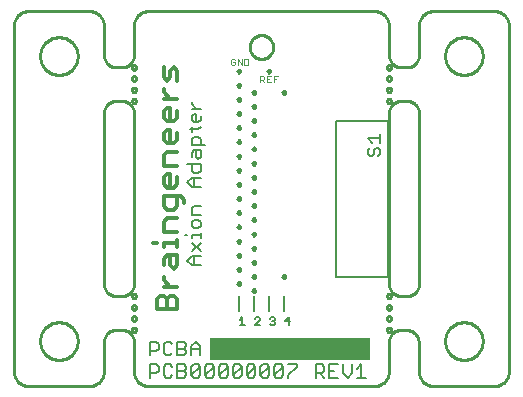
<source format=gbr>
G04 EAGLE Gerber RS-274X export*
G75*
%MOIN*%
%FSLAX34Y34*%
%LPD*%
%INSilkscreen Top*%
%IPPOS*%
%AMOC8*
5,1,8,0,0,1.08239X$1,22.5*%
G01*
%ADD10C,0.012000*%
%ADD11C,0.006000*%
%ADD12R,0.537500X0.075000*%
%ADD13C,0.004000*%
%ADD14C,0.005000*%
%ADD15C,0.010000*%
%ADD16C,0.008000*%
%ADD17C,0.010000*%


D10*
X-2560Y-7940D02*
X-3241Y-7940D01*
X-3241Y-7600D01*
X-3127Y-7486D01*
X-3014Y-7486D01*
X-2900Y-7600D01*
X-2787Y-7486D01*
X-2673Y-7486D01*
X-2560Y-7600D01*
X-2560Y-7940D01*
X-2900Y-7940D02*
X-2900Y-7600D01*
X-3014Y-7203D02*
X-2560Y-7203D01*
X-2787Y-7203D02*
X-3014Y-6977D01*
X-3014Y-6863D01*
X-3014Y-6476D02*
X-3014Y-6249D01*
X-2900Y-6136D01*
X-2560Y-6136D01*
X-2560Y-6476D01*
X-2673Y-6590D01*
X-2787Y-6476D01*
X-2787Y-6136D01*
X-3014Y-5853D02*
X-3014Y-5739D01*
X-2560Y-5739D01*
X-2560Y-5626D02*
X-2560Y-5853D01*
X-3241Y-5739D02*
X-3354Y-5739D01*
X-3014Y-5362D02*
X-2560Y-5362D01*
X-3014Y-5362D02*
X-3014Y-5022D01*
X-2900Y-4908D01*
X-2560Y-4908D01*
X-2333Y-4398D02*
X-2333Y-4285D01*
X-2447Y-4171D01*
X-3014Y-4171D01*
X-3014Y-4512D01*
X-2900Y-4625D01*
X-2673Y-4625D01*
X-2560Y-4512D01*
X-2560Y-4171D01*
X-2560Y-3775D02*
X-2560Y-3548D01*
X-2560Y-3775D02*
X-2673Y-3889D01*
X-2900Y-3889D01*
X-3014Y-3775D01*
X-3014Y-3548D01*
X-2900Y-3435D01*
X-2787Y-3435D01*
X-2787Y-3889D01*
X-2560Y-3152D02*
X-3014Y-3152D01*
X-3014Y-2812D01*
X-2900Y-2698D01*
X-2560Y-2698D01*
X-2560Y-2302D02*
X-2560Y-2075D01*
X-2560Y-2302D02*
X-2673Y-2415D01*
X-2900Y-2415D01*
X-3014Y-2302D01*
X-3014Y-2075D01*
X-2900Y-1962D01*
X-2787Y-1962D01*
X-2787Y-2415D01*
X-2560Y-1565D02*
X-2560Y-1338D01*
X-2560Y-1565D02*
X-2673Y-1679D01*
X-2900Y-1679D01*
X-3014Y-1565D01*
X-3014Y-1338D01*
X-2900Y-1225D01*
X-2787Y-1225D01*
X-2787Y-1679D01*
X-2560Y-942D02*
X-3014Y-942D01*
X-2787Y-942D02*
X-3014Y-715D01*
X-3014Y-602D01*
X-2560Y-328D02*
X-2560Y12D01*
X-2673Y126D01*
X-2787Y12D01*
X-2787Y-215D01*
X-2900Y-328D01*
X-3014Y-215D01*
X-3014Y126D01*
D11*
X-2074Y-6470D02*
X-1780Y-6470D01*
X-2074Y-6470D02*
X-2220Y-6323D01*
X-2074Y-6176D01*
X-1780Y-6176D01*
X-2000Y-6176D02*
X-2000Y-6470D01*
X-2074Y-6010D02*
X-1780Y-5716D01*
X-1780Y-6010D02*
X-2074Y-5716D01*
X-2074Y-5549D02*
X-2074Y-5476D01*
X-1780Y-5476D01*
X-1780Y-5549D02*
X-1780Y-5402D01*
X-2220Y-5476D02*
X-2294Y-5476D01*
X-1780Y-5169D02*
X-1780Y-5022D01*
X-1853Y-4949D01*
X-2000Y-4949D01*
X-2074Y-5022D01*
X-2074Y-5169D01*
X-2000Y-5242D01*
X-1853Y-5242D01*
X-1780Y-5169D01*
X-1780Y-4782D02*
X-2074Y-4782D01*
X-2074Y-4562D01*
X-2000Y-4488D01*
X-1780Y-4488D01*
X-1780Y-3861D02*
X-2074Y-3861D01*
X-2220Y-3714D01*
X-2074Y-3568D01*
X-1780Y-3568D01*
X-2000Y-3568D02*
X-2000Y-3861D01*
X-2220Y-3107D02*
X-1780Y-3107D01*
X-1780Y-3327D01*
X-1853Y-3401D01*
X-2000Y-3401D01*
X-2074Y-3327D01*
X-2074Y-3107D01*
X-2074Y-2867D02*
X-2074Y-2720D01*
X-2000Y-2647D01*
X-1780Y-2647D01*
X-1780Y-2867D01*
X-1853Y-2940D01*
X-1927Y-2867D01*
X-1927Y-2647D01*
X-2074Y-2480D02*
X-1633Y-2480D01*
X-2074Y-2480D02*
X-2074Y-2260D01*
X-2000Y-2186D01*
X-1853Y-2186D01*
X-1780Y-2260D01*
X-1780Y-2480D01*
X-1853Y-1946D02*
X-2147Y-1946D01*
X-1853Y-1946D02*
X-1780Y-1873D01*
X-2074Y-1873D02*
X-2074Y-2020D01*
X-1780Y-1639D02*
X-1780Y-1492D01*
X-1780Y-1639D02*
X-1853Y-1713D01*
X-2000Y-1713D01*
X-2074Y-1639D01*
X-2074Y-1492D01*
X-2000Y-1419D01*
X-1927Y-1419D01*
X-1927Y-1713D01*
X-1780Y-1252D02*
X-2074Y-1252D01*
X-1927Y-1252D02*
X-2074Y-1105D01*
X-2074Y-1032D01*
X-3470Y-9030D02*
X-3470Y-9470D01*
X-3470Y-9030D02*
X-3250Y-9030D01*
X-3176Y-9103D01*
X-3176Y-9250D01*
X-3250Y-9323D01*
X-3470Y-9323D01*
X-2789Y-9030D02*
X-2716Y-9103D01*
X-2789Y-9030D02*
X-2936Y-9030D01*
X-3010Y-9103D01*
X-3010Y-9397D01*
X-2936Y-9470D01*
X-2789Y-9470D01*
X-2716Y-9397D01*
X-2549Y-9470D02*
X-2549Y-9030D01*
X-2329Y-9030D01*
X-2256Y-9103D01*
X-2256Y-9176D01*
X-2329Y-9250D01*
X-2256Y-9323D01*
X-2256Y-9397D01*
X-2329Y-9470D01*
X-2549Y-9470D01*
X-2549Y-9250D02*
X-2329Y-9250D01*
X-2089Y-9176D02*
X-2089Y-9470D01*
X-2089Y-9176D02*
X-1942Y-9030D01*
X-1795Y-9176D01*
X-1795Y-9470D01*
X-1795Y-9250D02*
X-2089Y-9250D01*
X-3470Y-9780D02*
X-3470Y-10220D01*
X-3470Y-9780D02*
X-3250Y-9780D01*
X-3176Y-9853D01*
X-3176Y-10000D01*
X-3250Y-10073D01*
X-3470Y-10073D01*
X-2789Y-9780D02*
X-2716Y-9853D01*
X-2789Y-9780D02*
X-2936Y-9780D01*
X-3010Y-9853D01*
X-3010Y-10147D01*
X-2936Y-10220D01*
X-2789Y-10220D01*
X-2716Y-10147D01*
X-2549Y-10220D02*
X-2549Y-9780D01*
X-2329Y-9780D01*
X-2256Y-9853D01*
X-2256Y-9926D01*
X-2329Y-10000D01*
X-2256Y-10073D01*
X-2256Y-10147D01*
X-2329Y-10220D01*
X-2549Y-10220D01*
X-2549Y-10000D02*
X-2329Y-10000D01*
X-2089Y-10147D02*
X-2089Y-9853D01*
X-2015Y-9780D01*
X-1869Y-9780D01*
X-1795Y-9853D01*
X-1795Y-10147D01*
X-1869Y-10220D01*
X-2015Y-10220D01*
X-2089Y-10147D01*
X-1795Y-9853D01*
X-1628Y-9853D02*
X-1628Y-10147D01*
X-1628Y-9853D02*
X-1555Y-9780D01*
X-1408Y-9780D01*
X-1335Y-9853D01*
X-1335Y-10147D01*
X-1408Y-10220D01*
X-1555Y-10220D01*
X-1628Y-10147D01*
X-1335Y-9853D01*
X-1168Y-9853D02*
X-1168Y-10147D01*
X-1168Y-9853D02*
X-1095Y-9780D01*
X-948Y-9780D01*
X-874Y-9853D01*
X-874Y-10147D01*
X-948Y-10220D01*
X-1095Y-10220D01*
X-1168Y-10147D01*
X-874Y-9853D01*
X-708Y-9853D02*
X-708Y-10147D01*
X-708Y-9853D02*
X-634Y-9780D01*
X-487Y-9780D01*
X-414Y-9853D01*
X-414Y-10147D01*
X-487Y-10220D01*
X-634Y-10220D01*
X-708Y-10147D01*
X-414Y-9853D01*
X-247Y-9853D02*
X-247Y-10147D01*
X-247Y-9853D02*
X-174Y-9780D01*
X-27Y-9780D01*
X46Y-9853D01*
X46Y-10147D01*
X-27Y-10220D01*
X-174Y-10220D01*
X-247Y-10147D01*
X46Y-9853D01*
X213Y-9853D02*
X213Y-10147D01*
X213Y-9853D02*
X287Y-9780D01*
X433Y-9780D01*
X507Y-9853D01*
X507Y-10147D01*
X433Y-10220D01*
X287Y-10220D01*
X213Y-10147D01*
X507Y-9853D01*
X674Y-9853D02*
X674Y-10147D01*
X674Y-9853D02*
X747Y-9780D01*
X894Y-9780D01*
X967Y-9853D01*
X967Y-10147D01*
X894Y-10220D01*
X747Y-10220D01*
X674Y-10147D01*
X967Y-9853D01*
X1134Y-9780D02*
X1428Y-9780D01*
X1428Y-9853D01*
X1134Y-10147D01*
X1134Y-10220D01*
X2055Y-10220D02*
X2055Y-9780D01*
X2275Y-9780D01*
X2348Y-9853D01*
X2348Y-10000D01*
X2275Y-10073D01*
X2055Y-10073D01*
X2202Y-10073D02*
X2348Y-10220D01*
X2515Y-9780D02*
X2809Y-9780D01*
X2515Y-9780D02*
X2515Y-10220D01*
X2809Y-10220D01*
X2662Y-10000D02*
X2515Y-10000D01*
X2975Y-10073D02*
X2975Y-9780D01*
X2975Y-10073D02*
X3122Y-10220D01*
X3269Y-10073D01*
X3269Y-9780D01*
X3436Y-9926D02*
X3583Y-9780D01*
X3583Y-10220D01*
X3729Y-10220D02*
X3436Y-10220D01*
D12*
X1188Y-9250D03*
D13*
X-624Y369D02*
X-657Y403D01*
X-724Y403D01*
X-758Y369D01*
X-758Y236D01*
X-724Y203D01*
X-657Y203D01*
X-624Y236D01*
X-624Y303D01*
X-691Y303D01*
X-537Y203D02*
X-537Y403D01*
X-403Y203D01*
X-403Y403D01*
X-316Y403D02*
X-316Y203D01*
X-215Y203D01*
X-182Y236D01*
X-182Y369D01*
X-215Y403D01*
X-316Y403D01*
X211Y-159D02*
X211Y-359D01*
X211Y-159D02*
X311Y-159D01*
X345Y-192D01*
X345Y-259D01*
X311Y-292D01*
X211Y-292D01*
X278Y-292D02*
X345Y-359D01*
X432Y-159D02*
X566Y-159D01*
X432Y-159D02*
X432Y-359D01*
X566Y-359D01*
X499Y-259D02*
X432Y-259D01*
X653Y-359D02*
X653Y-159D01*
X787Y-159D01*
X720Y-259D02*
X653Y-259D01*
D14*
X-385Y-8205D02*
X-475Y-8295D01*
X-385Y-8205D02*
X-385Y-8475D01*
X-475Y-8475D02*
X-295Y-8475D01*
X25Y-8475D02*
X205Y-8475D01*
X25Y-8475D02*
X205Y-8295D01*
X205Y-8250D01*
X160Y-8205D01*
X70Y-8205D01*
X25Y-8250D01*
X525Y-8254D02*
X570Y-8209D01*
X660Y-8209D01*
X705Y-8254D01*
X705Y-8299D01*
X660Y-8344D01*
X615Y-8344D01*
X660Y-8344D02*
X705Y-8389D01*
X705Y-8434D01*
X660Y-8479D01*
X570Y-8479D01*
X525Y-8434D01*
X1160Y-8475D02*
X1160Y-8205D01*
X1025Y-8340D01*
X1205Y-8340D01*
D15*
X-550Y-7087D02*
X-548Y-7074D01*
X-543Y-7061D01*
X-534Y-7050D01*
X-523Y-7043D01*
X-510Y-7038D01*
X-497Y-7037D01*
X-483Y-7040D01*
X-471Y-7046D01*
X-461Y-7055D01*
X-454Y-7067D01*
X-450Y-7080D01*
X-450Y-7094D01*
X-454Y-7107D01*
X-461Y-7119D01*
X-471Y-7128D01*
X-483Y-7134D01*
X-497Y-7137D01*
X-510Y-7136D01*
X-523Y-7131D01*
X-534Y-7124D01*
X-543Y-7113D01*
X-548Y-7100D01*
X-550Y-7087D01*
X-550Y-6614D02*
X-548Y-6601D01*
X-543Y-6588D01*
X-534Y-6577D01*
X-523Y-6570D01*
X-510Y-6565D01*
X-497Y-6564D01*
X-483Y-6567D01*
X-471Y-6573D01*
X-461Y-6582D01*
X-454Y-6594D01*
X-450Y-6607D01*
X-450Y-6621D01*
X-454Y-6634D01*
X-461Y-6646D01*
X-471Y-6655D01*
X-483Y-6661D01*
X-497Y-6664D01*
X-510Y-6663D01*
X-523Y-6658D01*
X-534Y-6651D01*
X-543Y-6640D01*
X-548Y-6627D01*
X-550Y-6614D01*
X-550Y-6142D02*
X-548Y-6129D01*
X-543Y-6116D01*
X-534Y-6105D01*
X-523Y-6098D01*
X-510Y-6093D01*
X-497Y-6092D01*
X-483Y-6095D01*
X-471Y-6101D01*
X-461Y-6110D01*
X-454Y-6122D01*
X-450Y-6135D01*
X-450Y-6149D01*
X-454Y-6162D01*
X-461Y-6174D01*
X-471Y-6183D01*
X-483Y-6189D01*
X-497Y-6192D01*
X-510Y-6191D01*
X-523Y-6186D01*
X-534Y-6179D01*
X-543Y-6168D01*
X-548Y-6155D01*
X-550Y-6142D01*
X-550Y-5669D02*
X-548Y-5656D01*
X-543Y-5643D01*
X-534Y-5632D01*
X-523Y-5625D01*
X-510Y-5620D01*
X-497Y-5619D01*
X-483Y-5622D01*
X-471Y-5628D01*
X-461Y-5637D01*
X-454Y-5649D01*
X-450Y-5662D01*
X-450Y-5676D01*
X-454Y-5689D01*
X-461Y-5701D01*
X-471Y-5710D01*
X-483Y-5716D01*
X-497Y-5719D01*
X-510Y-5718D01*
X-523Y-5713D01*
X-534Y-5706D01*
X-543Y-5695D01*
X-548Y-5682D01*
X-550Y-5669D01*
X-550Y-5197D02*
X-548Y-5184D01*
X-543Y-5171D01*
X-534Y-5160D01*
X-523Y-5153D01*
X-510Y-5148D01*
X-497Y-5147D01*
X-483Y-5150D01*
X-471Y-5156D01*
X-461Y-5165D01*
X-454Y-5177D01*
X-450Y-5190D01*
X-450Y-5204D01*
X-454Y-5217D01*
X-461Y-5229D01*
X-471Y-5238D01*
X-483Y-5244D01*
X-497Y-5247D01*
X-510Y-5246D01*
X-523Y-5241D01*
X-534Y-5234D01*
X-543Y-5223D01*
X-548Y-5210D01*
X-550Y-5197D01*
X-550Y-4724D02*
X-548Y-4711D01*
X-543Y-4698D01*
X-534Y-4687D01*
X-523Y-4680D01*
X-510Y-4675D01*
X-497Y-4674D01*
X-483Y-4677D01*
X-471Y-4683D01*
X-461Y-4692D01*
X-454Y-4704D01*
X-450Y-4717D01*
X-450Y-4731D01*
X-454Y-4744D01*
X-461Y-4756D01*
X-471Y-4765D01*
X-483Y-4771D01*
X-497Y-4774D01*
X-510Y-4773D01*
X-523Y-4768D01*
X-534Y-4761D01*
X-543Y-4750D01*
X-548Y-4737D01*
X-550Y-4724D01*
X-550Y-4252D02*
X-548Y-4239D01*
X-543Y-4226D01*
X-534Y-4215D01*
X-523Y-4208D01*
X-510Y-4203D01*
X-497Y-4202D01*
X-483Y-4205D01*
X-471Y-4211D01*
X-461Y-4220D01*
X-454Y-4232D01*
X-450Y-4245D01*
X-450Y-4259D01*
X-454Y-4272D01*
X-461Y-4284D01*
X-471Y-4293D01*
X-483Y-4299D01*
X-497Y-4302D01*
X-510Y-4301D01*
X-523Y-4296D01*
X-534Y-4289D01*
X-543Y-4278D01*
X-548Y-4265D01*
X-550Y-4252D01*
X-550Y-3780D02*
X-548Y-3767D01*
X-543Y-3754D01*
X-534Y-3743D01*
X-523Y-3736D01*
X-510Y-3731D01*
X-497Y-3730D01*
X-483Y-3733D01*
X-471Y-3739D01*
X-461Y-3748D01*
X-454Y-3760D01*
X-450Y-3773D01*
X-450Y-3787D01*
X-454Y-3800D01*
X-461Y-3812D01*
X-471Y-3821D01*
X-483Y-3827D01*
X-497Y-3830D01*
X-510Y-3829D01*
X-523Y-3824D01*
X-534Y-3817D01*
X-543Y-3806D01*
X-548Y-3793D01*
X-550Y-3780D01*
X-550Y-3307D02*
X-548Y-3294D01*
X-543Y-3281D01*
X-534Y-3270D01*
X-523Y-3263D01*
X-510Y-3258D01*
X-497Y-3257D01*
X-483Y-3260D01*
X-471Y-3266D01*
X-461Y-3275D01*
X-454Y-3287D01*
X-450Y-3300D01*
X-450Y-3314D01*
X-454Y-3327D01*
X-461Y-3339D01*
X-471Y-3348D01*
X-483Y-3354D01*
X-497Y-3357D01*
X-510Y-3356D01*
X-523Y-3351D01*
X-534Y-3344D01*
X-543Y-3333D01*
X-548Y-3320D01*
X-550Y-3307D01*
X-550Y-2835D02*
X-548Y-2822D01*
X-543Y-2809D01*
X-534Y-2798D01*
X-523Y-2791D01*
X-510Y-2786D01*
X-497Y-2785D01*
X-483Y-2788D01*
X-471Y-2794D01*
X-461Y-2803D01*
X-454Y-2815D01*
X-450Y-2828D01*
X-450Y-2842D01*
X-454Y-2855D01*
X-461Y-2867D01*
X-471Y-2876D01*
X-483Y-2882D01*
X-497Y-2885D01*
X-510Y-2884D01*
X-523Y-2879D01*
X-534Y-2872D01*
X-543Y-2861D01*
X-548Y-2848D01*
X-550Y-2835D01*
X-550Y-2362D02*
X-548Y-2349D01*
X-543Y-2336D01*
X-534Y-2325D01*
X-523Y-2318D01*
X-510Y-2313D01*
X-497Y-2312D01*
X-483Y-2315D01*
X-471Y-2321D01*
X-461Y-2330D01*
X-454Y-2342D01*
X-450Y-2355D01*
X-450Y-2369D01*
X-454Y-2382D01*
X-461Y-2394D01*
X-471Y-2403D01*
X-483Y-2409D01*
X-497Y-2412D01*
X-510Y-2411D01*
X-523Y-2406D01*
X-534Y-2399D01*
X-543Y-2388D01*
X-548Y-2375D01*
X-550Y-2362D01*
X-550Y-1890D02*
X-548Y-1877D01*
X-543Y-1864D01*
X-534Y-1853D01*
X-523Y-1846D01*
X-510Y-1841D01*
X-497Y-1840D01*
X-483Y-1843D01*
X-471Y-1849D01*
X-461Y-1858D01*
X-454Y-1870D01*
X-450Y-1883D01*
X-450Y-1897D01*
X-454Y-1910D01*
X-461Y-1922D01*
X-471Y-1931D01*
X-483Y-1937D01*
X-497Y-1940D01*
X-510Y-1939D01*
X-523Y-1934D01*
X-534Y-1927D01*
X-543Y-1916D01*
X-548Y-1903D01*
X-550Y-1890D01*
X-550Y-1417D02*
X-548Y-1404D01*
X-543Y-1391D01*
X-534Y-1380D01*
X-523Y-1373D01*
X-510Y-1368D01*
X-497Y-1367D01*
X-483Y-1370D01*
X-471Y-1376D01*
X-461Y-1385D01*
X-454Y-1397D01*
X-450Y-1410D01*
X-450Y-1424D01*
X-454Y-1437D01*
X-461Y-1449D01*
X-471Y-1458D01*
X-483Y-1464D01*
X-497Y-1467D01*
X-510Y-1466D01*
X-523Y-1461D01*
X-534Y-1454D01*
X-543Y-1443D01*
X-548Y-1430D01*
X-550Y-1417D01*
X-550Y-945D02*
X-548Y-932D01*
X-543Y-919D01*
X-534Y-908D01*
X-523Y-901D01*
X-510Y-896D01*
X-497Y-895D01*
X-483Y-898D01*
X-471Y-904D01*
X-461Y-913D01*
X-454Y-925D01*
X-450Y-938D01*
X-450Y-952D01*
X-454Y-965D01*
X-461Y-977D01*
X-471Y-986D01*
X-483Y-992D01*
X-497Y-995D01*
X-510Y-994D01*
X-523Y-989D01*
X-534Y-982D01*
X-543Y-971D01*
X-548Y-958D01*
X-550Y-945D01*
X-550Y-472D02*
X-548Y-459D01*
X-543Y-446D01*
X-534Y-435D01*
X-523Y-428D01*
X-510Y-423D01*
X-497Y-422D01*
X-483Y-425D01*
X-471Y-431D01*
X-461Y-440D01*
X-454Y-452D01*
X-450Y-465D01*
X-450Y-479D01*
X-454Y-492D01*
X-461Y-504D01*
X-471Y-513D01*
X-483Y-519D01*
X-497Y-522D01*
X-510Y-521D01*
X-523Y-516D01*
X-534Y-509D01*
X-543Y-498D01*
X-548Y-485D01*
X-550Y-472D01*
X-550Y0D02*
X-548Y13D01*
X-543Y26D01*
X-534Y37D01*
X-523Y44D01*
X-510Y49D01*
X-497Y50D01*
X-483Y47D01*
X-471Y41D01*
X-461Y32D01*
X-454Y20D01*
X-450Y7D01*
X-450Y-7D01*
X-454Y-20D01*
X-461Y-32D01*
X-471Y-41D01*
X-483Y-47D01*
X-497Y-50D01*
X-510Y-49D01*
X-523Y-44D01*
X-534Y-37D01*
X-543Y-26D01*
X-548Y-13D01*
X-550Y0D01*
X-50Y-709D02*
X-48Y-696D01*
X-43Y-683D01*
X-34Y-672D01*
X-23Y-665D01*
X-10Y-660D01*
X3Y-659D01*
X17Y-662D01*
X29Y-668D01*
X39Y-677D01*
X46Y-689D01*
X50Y-702D01*
X50Y-716D01*
X46Y-729D01*
X39Y-741D01*
X29Y-750D01*
X17Y-756D01*
X3Y-759D01*
X-10Y-758D01*
X-23Y-753D01*
X-34Y-746D01*
X-43Y-735D01*
X-48Y-722D01*
X-50Y-709D01*
X-50Y-1181D02*
X-48Y-1168D01*
X-43Y-1155D01*
X-34Y-1144D01*
X-23Y-1137D01*
X-10Y-1132D01*
X3Y-1131D01*
X17Y-1134D01*
X29Y-1140D01*
X39Y-1149D01*
X46Y-1161D01*
X50Y-1174D01*
X50Y-1188D01*
X46Y-1201D01*
X39Y-1213D01*
X29Y-1222D01*
X17Y-1228D01*
X3Y-1231D01*
X-10Y-1230D01*
X-23Y-1225D01*
X-34Y-1218D01*
X-43Y-1207D01*
X-48Y-1194D01*
X-50Y-1181D01*
X-50Y-1654D02*
X-48Y-1641D01*
X-43Y-1628D01*
X-34Y-1617D01*
X-23Y-1610D01*
X-10Y-1605D01*
X3Y-1604D01*
X17Y-1607D01*
X29Y-1613D01*
X39Y-1622D01*
X46Y-1634D01*
X50Y-1647D01*
X50Y-1661D01*
X46Y-1674D01*
X39Y-1686D01*
X29Y-1695D01*
X17Y-1701D01*
X3Y-1704D01*
X-10Y-1703D01*
X-23Y-1698D01*
X-34Y-1691D01*
X-43Y-1680D01*
X-48Y-1667D01*
X-50Y-1654D01*
X-50Y-2126D02*
X-48Y-2113D01*
X-43Y-2100D01*
X-34Y-2089D01*
X-23Y-2082D01*
X-10Y-2077D01*
X3Y-2076D01*
X17Y-2079D01*
X29Y-2085D01*
X39Y-2094D01*
X46Y-2106D01*
X50Y-2119D01*
X50Y-2133D01*
X46Y-2146D01*
X39Y-2158D01*
X29Y-2167D01*
X17Y-2173D01*
X3Y-2176D01*
X-10Y-2175D01*
X-23Y-2170D01*
X-34Y-2163D01*
X-43Y-2152D01*
X-48Y-2139D01*
X-50Y-2126D01*
X-50Y-2598D02*
X-48Y-2585D01*
X-43Y-2572D01*
X-34Y-2561D01*
X-23Y-2554D01*
X-10Y-2549D01*
X3Y-2548D01*
X17Y-2551D01*
X29Y-2557D01*
X39Y-2566D01*
X46Y-2578D01*
X50Y-2591D01*
X50Y-2605D01*
X46Y-2618D01*
X39Y-2630D01*
X29Y-2639D01*
X17Y-2645D01*
X3Y-2648D01*
X-10Y-2647D01*
X-23Y-2642D01*
X-34Y-2635D01*
X-43Y-2624D01*
X-48Y-2611D01*
X-50Y-2598D01*
X-50Y-3071D02*
X-48Y-3058D01*
X-43Y-3045D01*
X-34Y-3034D01*
X-23Y-3027D01*
X-10Y-3022D01*
X3Y-3021D01*
X17Y-3024D01*
X29Y-3030D01*
X39Y-3039D01*
X46Y-3051D01*
X50Y-3064D01*
X50Y-3078D01*
X46Y-3091D01*
X39Y-3103D01*
X29Y-3112D01*
X17Y-3118D01*
X3Y-3121D01*
X-10Y-3120D01*
X-23Y-3115D01*
X-34Y-3108D01*
X-43Y-3097D01*
X-48Y-3084D01*
X-50Y-3071D01*
X-50Y-3543D02*
X-48Y-3530D01*
X-43Y-3517D01*
X-34Y-3506D01*
X-23Y-3499D01*
X-10Y-3494D01*
X3Y-3493D01*
X17Y-3496D01*
X29Y-3502D01*
X39Y-3511D01*
X46Y-3523D01*
X50Y-3536D01*
X50Y-3550D01*
X46Y-3563D01*
X39Y-3575D01*
X29Y-3584D01*
X17Y-3590D01*
X3Y-3593D01*
X-10Y-3592D01*
X-23Y-3587D01*
X-34Y-3580D01*
X-43Y-3569D01*
X-48Y-3556D01*
X-50Y-3543D01*
X-50Y-4016D02*
X-48Y-4003D01*
X-43Y-3990D01*
X-34Y-3979D01*
X-23Y-3972D01*
X-10Y-3967D01*
X3Y-3966D01*
X17Y-3969D01*
X29Y-3975D01*
X39Y-3984D01*
X46Y-3996D01*
X50Y-4009D01*
X50Y-4023D01*
X46Y-4036D01*
X39Y-4048D01*
X29Y-4057D01*
X17Y-4063D01*
X3Y-4066D01*
X-10Y-4065D01*
X-23Y-4060D01*
X-34Y-4053D01*
X-43Y-4042D01*
X-48Y-4029D01*
X-50Y-4016D01*
X-50Y-4488D02*
X-48Y-4475D01*
X-43Y-4462D01*
X-34Y-4451D01*
X-23Y-4444D01*
X-10Y-4439D01*
X3Y-4438D01*
X17Y-4441D01*
X29Y-4447D01*
X39Y-4456D01*
X46Y-4468D01*
X50Y-4481D01*
X50Y-4495D01*
X46Y-4508D01*
X39Y-4520D01*
X29Y-4529D01*
X17Y-4535D01*
X3Y-4538D01*
X-10Y-4537D01*
X-23Y-4532D01*
X-34Y-4525D01*
X-43Y-4514D01*
X-48Y-4501D01*
X-50Y-4488D01*
X-50Y-4961D02*
X-48Y-4948D01*
X-43Y-4935D01*
X-34Y-4924D01*
X-23Y-4917D01*
X-10Y-4912D01*
X3Y-4911D01*
X17Y-4914D01*
X29Y-4920D01*
X39Y-4929D01*
X46Y-4941D01*
X50Y-4954D01*
X50Y-4968D01*
X46Y-4981D01*
X39Y-4993D01*
X29Y-5002D01*
X17Y-5008D01*
X3Y-5011D01*
X-10Y-5010D01*
X-23Y-5005D01*
X-34Y-4998D01*
X-43Y-4987D01*
X-48Y-4974D01*
X-50Y-4961D01*
X-50Y-5433D02*
X-48Y-5420D01*
X-43Y-5407D01*
X-34Y-5396D01*
X-23Y-5389D01*
X-10Y-5384D01*
X3Y-5383D01*
X17Y-5386D01*
X29Y-5392D01*
X39Y-5401D01*
X46Y-5413D01*
X50Y-5426D01*
X50Y-5440D01*
X46Y-5453D01*
X39Y-5465D01*
X29Y-5474D01*
X17Y-5480D01*
X3Y-5483D01*
X-10Y-5482D01*
X-23Y-5477D01*
X-34Y-5470D01*
X-43Y-5459D01*
X-48Y-5446D01*
X-50Y-5433D01*
X-50Y-5906D02*
X-48Y-5893D01*
X-43Y-5880D01*
X-34Y-5869D01*
X-23Y-5862D01*
X-10Y-5857D01*
X3Y-5856D01*
X17Y-5859D01*
X29Y-5865D01*
X39Y-5874D01*
X46Y-5886D01*
X50Y-5899D01*
X50Y-5913D01*
X46Y-5926D01*
X39Y-5938D01*
X29Y-5947D01*
X17Y-5953D01*
X3Y-5956D01*
X-10Y-5955D01*
X-23Y-5950D01*
X-34Y-5943D01*
X-43Y-5932D01*
X-48Y-5919D01*
X-50Y-5906D01*
X-50Y-6378D02*
X-48Y-6365D01*
X-43Y-6352D01*
X-34Y-6341D01*
X-23Y-6334D01*
X-10Y-6329D01*
X3Y-6328D01*
X17Y-6331D01*
X29Y-6337D01*
X39Y-6346D01*
X46Y-6358D01*
X50Y-6371D01*
X50Y-6385D01*
X46Y-6398D01*
X39Y-6410D01*
X29Y-6419D01*
X17Y-6425D01*
X3Y-6428D01*
X-10Y-6427D01*
X-23Y-6422D01*
X-34Y-6415D01*
X-43Y-6404D01*
X-48Y-6391D01*
X-50Y-6378D01*
X-50Y-6850D02*
X-48Y-6837D01*
X-43Y-6824D01*
X-34Y-6813D01*
X-23Y-6806D01*
X-10Y-6801D01*
X3Y-6800D01*
X17Y-6803D01*
X29Y-6809D01*
X39Y-6818D01*
X46Y-6830D01*
X50Y-6843D01*
X50Y-6857D01*
X46Y-6870D01*
X39Y-6882D01*
X29Y-6891D01*
X17Y-6897D01*
X3Y-6900D01*
X-10Y-6899D01*
X-23Y-6894D01*
X-34Y-6887D01*
X-43Y-6876D01*
X-48Y-6863D01*
X-50Y-6850D01*
X-50Y-7323D02*
X-48Y-7310D01*
X-43Y-7297D01*
X-34Y-7286D01*
X-23Y-7279D01*
X-10Y-7274D01*
X3Y-7273D01*
X17Y-7276D01*
X29Y-7282D01*
X39Y-7291D01*
X46Y-7303D01*
X50Y-7316D01*
X50Y-7330D01*
X46Y-7343D01*
X39Y-7355D01*
X29Y-7364D01*
X17Y-7370D01*
X3Y-7373D01*
X-10Y-7372D01*
X-23Y-7367D01*
X-34Y-7360D01*
X-43Y-7349D01*
X-48Y-7336D01*
X-50Y-7323D01*
X450Y0D02*
X452Y13D01*
X457Y26D01*
X466Y37D01*
X477Y44D01*
X490Y49D01*
X503Y50D01*
X517Y47D01*
X529Y41D01*
X539Y32D01*
X546Y20D01*
X550Y7D01*
X550Y-7D01*
X546Y-20D01*
X539Y-32D01*
X529Y-41D01*
X517Y-47D01*
X503Y-50D01*
X490Y-49D01*
X477Y-44D01*
X466Y-37D01*
X457Y-26D01*
X452Y-13D01*
X450Y0D01*
X950Y-709D02*
X952Y-696D01*
X957Y-683D01*
X966Y-672D01*
X977Y-665D01*
X990Y-660D01*
X1003Y-659D01*
X1017Y-662D01*
X1029Y-668D01*
X1039Y-677D01*
X1046Y-689D01*
X1050Y-702D01*
X1050Y-716D01*
X1046Y-729D01*
X1039Y-741D01*
X1029Y-750D01*
X1017Y-756D01*
X1003Y-759D01*
X990Y-758D01*
X977Y-753D01*
X966Y-746D01*
X957Y-735D01*
X952Y-722D01*
X950Y-709D01*
X950Y-6850D02*
X952Y-6837D01*
X957Y-6824D01*
X966Y-6813D01*
X977Y-6806D01*
X990Y-6801D01*
X1003Y-6800D01*
X1017Y-6803D01*
X1029Y-6809D01*
X1039Y-6818D01*
X1046Y-6830D01*
X1050Y-6843D01*
X1050Y-6857D01*
X1046Y-6870D01*
X1039Y-6882D01*
X1029Y-6891D01*
X1017Y-6897D01*
X1003Y-6900D01*
X990Y-6899D01*
X977Y-6894D01*
X966Y-6887D01*
X957Y-6876D01*
X952Y-6863D01*
X950Y-6850D01*
D11*
X-500Y-7500D02*
X-500Y-8000D01*
X0Y-8000D02*
X0Y-7500D01*
X500Y-7500D02*
X500Y-8000D01*
X1000Y-8000D02*
X1000Y-7500D01*
D14*
X4480Y-6850D02*
X4480Y-1650D01*
X2750Y-1650D01*
X2750Y-6850D01*
X4480Y-6850D01*
D16*
X3790Y-2632D02*
X3860Y-2562D01*
X3790Y-2632D02*
X3790Y-2772D01*
X3860Y-2842D01*
X3930Y-2842D01*
X4000Y-2772D01*
X4000Y-2632D01*
X4070Y-2562D01*
X4140Y-2562D01*
X4210Y-2632D01*
X4210Y-2772D01*
X4140Y-2842D01*
X3930Y-2382D02*
X3790Y-2241D01*
X4210Y-2241D01*
X4210Y-2101D02*
X4210Y-2382D01*
D17*
X-8000Y-10000D02*
X-7998Y-10044D01*
X-7992Y-10087D01*
X-7983Y-10129D01*
X-7970Y-10171D01*
X-7953Y-10211D01*
X-7933Y-10250D01*
X-7910Y-10287D01*
X-7883Y-10321D01*
X-7854Y-10354D01*
X-7821Y-10383D01*
X-7787Y-10410D01*
X-7750Y-10433D01*
X-7711Y-10453D01*
X-7671Y-10470D01*
X-7629Y-10483D01*
X-7587Y-10492D01*
X-7544Y-10498D01*
X-7500Y-10500D01*
X-5500Y-10500D01*
X-5456Y-10498D01*
X-5413Y-10492D01*
X-5371Y-10483D01*
X-5329Y-10470D01*
X-5289Y-10453D01*
X-5250Y-10433D01*
X-5213Y-10410D01*
X-5179Y-10383D01*
X-5146Y-10354D01*
X-5117Y-10321D01*
X-5090Y-10287D01*
X-5067Y-10250D01*
X-5047Y-10211D01*
X-5030Y-10171D01*
X-5017Y-10129D01*
X-5008Y-10087D01*
X-5002Y-10044D01*
X-5000Y-10000D01*
X-5000Y-9025D01*
X-4998Y-8990D01*
X-4994Y-8956D01*
X-4986Y-8921D01*
X-4976Y-8888D01*
X-4963Y-8856D01*
X-4946Y-8825D01*
X-4928Y-8796D01*
X-4906Y-8768D01*
X-4883Y-8742D01*
X-4857Y-8719D01*
X-4829Y-8697D01*
X-4800Y-8679D01*
X-4769Y-8662D01*
X-4737Y-8649D01*
X-4704Y-8639D01*
X-4669Y-8631D01*
X-4635Y-8627D01*
X-4600Y-8625D01*
X-4400Y-8625D01*
X-4365Y-8627D01*
X-4331Y-8631D01*
X-4296Y-8639D01*
X-4263Y-8649D01*
X-4231Y-8662D01*
X-4200Y-8679D01*
X-4171Y-8697D01*
X-4143Y-8719D01*
X-4117Y-8742D01*
X-4094Y-8768D01*
X-4072Y-8796D01*
X-4054Y-8825D01*
X-4037Y-8856D01*
X-4024Y-8888D01*
X-4014Y-8921D01*
X-4006Y-8956D01*
X-4002Y-8990D01*
X-4000Y-9025D01*
X-4000Y-10000D01*
X-3998Y-10044D01*
X-3992Y-10087D01*
X-3983Y-10129D01*
X-3970Y-10171D01*
X-3953Y-10211D01*
X-3933Y-10250D01*
X-3910Y-10287D01*
X-3883Y-10321D01*
X-3854Y-10354D01*
X-3821Y-10383D01*
X-3787Y-10410D01*
X-3750Y-10433D01*
X-3711Y-10453D01*
X-3671Y-10470D01*
X-3629Y-10483D01*
X-3587Y-10492D01*
X-3544Y-10498D01*
X-3500Y-10500D01*
X4000Y-10500D01*
X4044Y-10498D01*
X4087Y-10492D01*
X4129Y-10483D01*
X4171Y-10470D01*
X4211Y-10453D01*
X4250Y-10433D01*
X4287Y-10410D01*
X4321Y-10383D01*
X4354Y-10354D01*
X4383Y-10321D01*
X4410Y-10287D01*
X4433Y-10250D01*
X4453Y-10211D01*
X4470Y-10171D01*
X4483Y-10129D01*
X4492Y-10087D01*
X4498Y-10044D01*
X4500Y-10000D01*
X4500Y-9025D01*
X4502Y-8990D01*
X4506Y-8956D01*
X4514Y-8921D01*
X4524Y-8888D01*
X4537Y-8856D01*
X4554Y-8825D01*
X4572Y-8796D01*
X4594Y-8768D01*
X4617Y-8742D01*
X4643Y-8719D01*
X4671Y-8697D01*
X4700Y-8679D01*
X4731Y-8662D01*
X4763Y-8649D01*
X4796Y-8639D01*
X4831Y-8631D01*
X4865Y-8627D01*
X4900Y-8625D01*
X5100Y-8625D01*
X5140Y-8632D01*
X5179Y-8643D01*
X5218Y-8657D01*
X5254Y-8674D01*
X5290Y-8695D01*
X5323Y-8718D01*
X5354Y-8744D01*
X5383Y-8773D01*
X5409Y-8805D01*
X5432Y-8838D01*
X5452Y-8873D01*
X5469Y-8910D01*
X5483Y-8949D01*
X5493Y-8988D01*
X5500Y-9028D01*
X5504Y-9069D01*
X5504Y-9109D01*
X5500Y-9150D01*
X5500Y-10000D01*
X5502Y-10044D01*
X5508Y-10087D01*
X5517Y-10129D01*
X5530Y-10171D01*
X5547Y-10211D01*
X5567Y-10250D01*
X5590Y-10287D01*
X5617Y-10321D01*
X5646Y-10354D01*
X5679Y-10383D01*
X5713Y-10410D01*
X5750Y-10433D01*
X5789Y-10453D01*
X5829Y-10470D01*
X5871Y-10483D01*
X5913Y-10492D01*
X5956Y-10498D01*
X6000Y-10500D01*
X8000Y-10500D01*
X8044Y-10498D01*
X8087Y-10492D01*
X8129Y-10483D01*
X8171Y-10470D01*
X8211Y-10453D01*
X8250Y-10433D01*
X8287Y-10410D01*
X8321Y-10383D01*
X8354Y-10354D01*
X8383Y-10321D01*
X8410Y-10287D01*
X8433Y-10250D01*
X8453Y-10211D01*
X8470Y-10171D01*
X8483Y-10129D01*
X8492Y-10087D01*
X8498Y-10044D01*
X8500Y-10000D01*
X8500Y1500D01*
X8498Y1544D01*
X8492Y1587D01*
X8483Y1629D01*
X8470Y1671D01*
X8453Y1711D01*
X8433Y1750D01*
X8410Y1787D01*
X8383Y1821D01*
X8354Y1854D01*
X8321Y1883D01*
X8287Y1910D01*
X8250Y1933D01*
X8211Y1953D01*
X8171Y1970D01*
X8129Y1983D01*
X8087Y1992D01*
X8044Y1998D01*
X8000Y2000D01*
X6000Y2000D01*
X5956Y1998D01*
X5913Y1992D01*
X5871Y1983D01*
X5829Y1970D01*
X5789Y1953D01*
X5750Y1933D01*
X5713Y1910D01*
X5679Y1883D01*
X5646Y1854D01*
X5617Y1821D01*
X5590Y1787D01*
X5567Y1750D01*
X5547Y1711D01*
X5530Y1671D01*
X5517Y1629D01*
X5508Y1587D01*
X5502Y1544D01*
X5500Y1500D01*
X5500Y525D01*
X5498Y490D01*
X5494Y456D01*
X5486Y421D01*
X5476Y388D01*
X5463Y356D01*
X5446Y325D01*
X5428Y296D01*
X5406Y268D01*
X5383Y242D01*
X5357Y219D01*
X5329Y197D01*
X5300Y179D01*
X5269Y162D01*
X5237Y149D01*
X5204Y139D01*
X5169Y131D01*
X5135Y127D01*
X5100Y125D01*
X4900Y125D01*
X4865Y127D01*
X4831Y131D01*
X4796Y139D01*
X4763Y149D01*
X4731Y162D01*
X4700Y179D01*
X4671Y197D01*
X4643Y219D01*
X4617Y242D01*
X4594Y268D01*
X4572Y296D01*
X4554Y325D01*
X4537Y356D01*
X4524Y388D01*
X4514Y421D01*
X4506Y456D01*
X4502Y490D01*
X4500Y525D01*
X4500Y1500D01*
X4498Y1544D01*
X4492Y1587D01*
X4483Y1629D01*
X4470Y1671D01*
X4453Y1711D01*
X4433Y1750D01*
X4410Y1787D01*
X4383Y1821D01*
X4354Y1854D01*
X4321Y1883D01*
X4287Y1910D01*
X4250Y1933D01*
X4211Y1953D01*
X4171Y1970D01*
X4129Y1983D01*
X4087Y1992D01*
X4044Y1998D01*
X4000Y2000D01*
X-3500Y2000D01*
X-3544Y1998D01*
X-3587Y1992D01*
X-3629Y1983D01*
X-3671Y1970D01*
X-3711Y1953D01*
X-3750Y1933D01*
X-3787Y1910D01*
X-3821Y1883D01*
X-3854Y1854D01*
X-3883Y1821D01*
X-3910Y1787D01*
X-3933Y1750D01*
X-3953Y1711D01*
X-3970Y1671D01*
X-3983Y1629D01*
X-3992Y1587D01*
X-3998Y1544D01*
X-4000Y1500D01*
X-4000Y525D01*
X-4002Y490D01*
X-4006Y456D01*
X-4014Y421D01*
X-4024Y388D01*
X-4037Y356D01*
X-4054Y325D01*
X-4072Y296D01*
X-4094Y268D01*
X-4117Y242D01*
X-4143Y219D01*
X-4171Y197D01*
X-4200Y179D01*
X-4231Y162D01*
X-4263Y149D01*
X-4296Y139D01*
X-4331Y131D01*
X-4365Y127D01*
X-4400Y125D01*
X-4600Y125D01*
X-4635Y127D01*
X-4669Y131D01*
X-4704Y139D01*
X-4737Y149D01*
X-4769Y162D01*
X-4800Y179D01*
X-4829Y197D01*
X-4857Y219D01*
X-4883Y242D01*
X-4906Y268D01*
X-4928Y296D01*
X-4946Y325D01*
X-4963Y356D01*
X-4976Y388D01*
X-4986Y421D01*
X-4994Y456D01*
X-4998Y490D01*
X-5000Y525D01*
X-5000Y1500D01*
X-5002Y1544D01*
X-5008Y1587D01*
X-5017Y1629D01*
X-5030Y1671D01*
X-5047Y1711D01*
X-5067Y1750D01*
X-5090Y1787D01*
X-5117Y1821D01*
X-5146Y1854D01*
X-5179Y1883D01*
X-5213Y1910D01*
X-5250Y1933D01*
X-5289Y1953D01*
X-5329Y1970D01*
X-5371Y1983D01*
X-5413Y1992D01*
X-5456Y1998D01*
X-5500Y2000D01*
X-7500Y2000D01*
X-7544Y1998D01*
X-7587Y1992D01*
X-7629Y1983D01*
X-7671Y1970D01*
X-7711Y1953D01*
X-7750Y1933D01*
X-7787Y1910D01*
X-7821Y1883D01*
X-7854Y1854D01*
X-7883Y1821D01*
X-7910Y1787D01*
X-7933Y1750D01*
X-7953Y1711D01*
X-7970Y1671D01*
X-7983Y1629D01*
X-7992Y1587D01*
X-7998Y1544D01*
X-8000Y1500D01*
X-8000Y-10000D01*
X4500Y-7100D02*
X4502Y-7135D01*
X4506Y-7169D01*
X4514Y-7204D01*
X4524Y-7237D01*
X4537Y-7269D01*
X4554Y-7300D01*
X4572Y-7329D01*
X4594Y-7357D01*
X4617Y-7383D01*
X4643Y-7406D01*
X4671Y-7428D01*
X4700Y-7446D01*
X4731Y-7463D01*
X4763Y-7476D01*
X4796Y-7486D01*
X4831Y-7494D01*
X4865Y-7498D01*
X4900Y-7500D01*
X5100Y-7500D01*
X5135Y-7498D01*
X5169Y-7494D01*
X5204Y-7486D01*
X5237Y-7476D01*
X5269Y-7463D01*
X5300Y-7446D01*
X5329Y-7428D01*
X5357Y-7406D01*
X5383Y-7383D01*
X5406Y-7357D01*
X5428Y-7329D01*
X5446Y-7300D01*
X5463Y-7269D01*
X5476Y-7237D01*
X5486Y-7204D01*
X5494Y-7169D01*
X5498Y-7135D01*
X5500Y-7100D01*
X5500Y-1400D01*
X5498Y-1365D01*
X5494Y-1331D01*
X5486Y-1296D01*
X5476Y-1263D01*
X5463Y-1231D01*
X5446Y-1200D01*
X5428Y-1171D01*
X5406Y-1143D01*
X5383Y-1117D01*
X5357Y-1094D01*
X5329Y-1072D01*
X5300Y-1054D01*
X5269Y-1037D01*
X5237Y-1024D01*
X5204Y-1014D01*
X5169Y-1006D01*
X5135Y-1002D01*
X5100Y-1000D01*
X4900Y-1000D01*
X4865Y-1002D01*
X4831Y-1006D01*
X4796Y-1014D01*
X4763Y-1024D01*
X4731Y-1037D01*
X4700Y-1054D01*
X4671Y-1072D01*
X4643Y-1094D01*
X4617Y-1117D01*
X4594Y-1143D01*
X4572Y-1171D01*
X4554Y-1200D01*
X4537Y-1231D01*
X4524Y-1263D01*
X4514Y-1296D01*
X4506Y-1331D01*
X4502Y-1365D01*
X4500Y-1400D01*
X4500Y-7100D01*
X-5000Y-7100D02*
X-4998Y-7135D01*
X-4994Y-7169D01*
X-4986Y-7204D01*
X-4976Y-7237D01*
X-4963Y-7269D01*
X-4946Y-7300D01*
X-4928Y-7329D01*
X-4906Y-7357D01*
X-4883Y-7383D01*
X-4857Y-7406D01*
X-4829Y-7428D01*
X-4800Y-7446D01*
X-4769Y-7463D01*
X-4737Y-7476D01*
X-4704Y-7486D01*
X-4669Y-7494D01*
X-4635Y-7498D01*
X-4600Y-7500D01*
X-4400Y-7500D01*
X-4365Y-7498D01*
X-4331Y-7494D01*
X-4296Y-7486D01*
X-4263Y-7476D01*
X-4231Y-7463D01*
X-4200Y-7446D01*
X-4171Y-7428D01*
X-4143Y-7406D01*
X-4117Y-7383D01*
X-4094Y-7357D01*
X-4072Y-7329D01*
X-4054Y-7300D01*
X-4037Y-7269D01*
X-4024Y-7237D01*
X-4014Y-7204D01*
X-4006Y-7169D01*
X-4002Y-7135D01*
X-4000Y-7100D01*
X-4000Y-1400D01*
X-4002Y-1365D01*
X-4006Y-1331D01*
X-4014Y-1296D01*
X-4024Y-1263D01*
X-4037Y-1231D01*
X-4054Y-1200D01*
X-4072Y-1171D01*
X-4094Y-1143D01*
X-4117Y-1117D01*
X-4143Y-1094D01*
X-4171Y-1072D01*
X-4200Y-1054D01*
X-4231Y-1037D01*
X-4263Y-1024D01*
X-4296Y-1014D01*
X-4331Y-1006D01*
X-4365Y-1002D01*
X-4400Y-1000D01*
X-4600Y-1000D01*
X-4635Y-1002D01*
X-4669Y-1006D01*
X-4704Y-1014D01*
X-4737Y-1024D01*
X-4769Y-1037D01*
X-4800Y-1054D01*
X-4829Y-1072D01*
X-4857Y-1094D01*
X-4883Y-1117D01*
X-4906Y-1143D01*
X-4928Y-1171D01*
X-4946Y-1200D01*
X-4963Y-1231D01*
X-4976Y-1263D01*
X-4986Y-1296D01*
X-4994Y-1331D01*
X-4998Y-1365D01*
X-5000Y-1400D01*
X-5000Y-7100D01*
X4575Y-8632D02*
X4572Y-8647D01*
X4566Y-8661D01*
X4558Y-8673D01*
X4548Y-8683D01*
X4536Y-8691D01*
X4522Y-8697D01*
X4507Y-8700D01*
X4493Y-8700D01*
X4478Y-8697D01*
X4464Y-8691D01*
X4452Y-8683D01*
X4442Y-8673D01*
X4434Y-8661D01*
X4428Y-8647D01*
X4425Y-8632D01*
X4425Y-8618D01*
X4428Y-8603D01*
X4434Y-8589D01*
X4442Y-8577D01*
X4452Y-8567D01*
X4464Y-8559D01*
X4478Y-8553D01*
X4493Y-8550D01*
X4507Y-8550D01*
X4522Y-8553D01*
X4536Y-8559D01*
X4548Y-8567D01*
X4558Y-8577D01*
X4566Y-8589D01*
X4572Y-8603D01*
X4575Y-8618D01*
X4575Y-8632D01*
X4575Y-7507D02*
X4572Y-7522D01*
X4566Y-7536D01*
X4558Y-7548D01*
X4548Y-7558D01*
X4536Y-7566D01*
X4522Y-7572D01*
X4507Y-7575D01*
X4493Y-7575D01*
X4478Y-7572D01*
X4464Y-7566D01*
X4452Y-7558D01*
X4442Y-7548D01*
X4434Y-7536D01*
X4428Y-7522D01*
X4425Y-7507D01*
X4425Y-7493D01*
X4428Y-7478D01*
X4434Y-7464D01*
X4442Y-7452D01*
X4452Y-7442D01*
X4464Y-7434D01*
X4478Y-7428D01*
X4493Y-7425D01*
X4507Y-7425D01*
X4522Y-7428D01*
X4536Y-7434D01*
X4548Y-7442D01*
X4558Y-7452D01*
X4566Y-7464D01*
X4572Y-7478D01*
X4575Y-7493D01*
X4575Y-7507D01*
X4575Y-7882D02*
X4572Y-7897D01*
X4566Y-7911D01*
X4558Y-7923D01*
X4548Y-7933D01*
X4536Y-7941D01*
X4522Y-7947D01*
X4507Y-7950D01*
X4493Y-7950D01*
X4478Y-7947D01*
X4464Y-7941D01*
X4452Y-7933D01*
X4442Y-7923D01*
X4434Y-7911D01*
X4428Y-7897D01*
X4425Y-7882D01*
X4425Y-7868D01*
X4428Y-7853D01*
X4434Y-7839D01*
X4442Y-7827D01*
X4452Y-7817D01*
X4464Y-7809D01*
X4478Y-7803D01*
X4493Y-7800D01*
X4507Y-7800D01*
X4522Y-7803D01*
X4536Y-7809D01*
X4548Y-7817D01*
X4558Y-7827D01*
X4566Y-7839D01*
X4572Y-7853D01*
X4575Y-7868D01*
X4575Y-7882D01*
X4575Y-8257D02*
X4572Y-8272D01*
X4566Y-8286D01*
X4558Y-8298D01*
X4548Y-8308D01*
X4536Y-8316D01*
X4522Y-8322D01*
X4507Y-8325D01*
X4493Y-8325D01*
X4478Y-8322D01*
X4464Y-8316D01*
X4452Y-8308D01*
X4442Y-8298D01*
X4434Y-8286D01*
X4428Y-8272D01*
X4425Y-8257D01*
X4425Y-8243D01*
X4428Y-8228D01*
X4434Y-8214D01*
X4442Y-8202D01*
X4452Y-8192D01*
X4464Y-8184D01*
X4478Y-8178D01*
X4493Y-8175D01*
X4507Y-8175D01*
X4522Y-8178D01*
X4536Y-8184D01*
X4548Y-8192D01*
X4558Y-8202D01*
X4566Y-8214D01*
X4572Y-8228D01*
X4575Y-8243D01*
X4575Y-8257D01*
X7625Y-9020D02*
X7622Y-9061D01*
X7617Y-9102D01*
X7609Y-9142D01*
X7598Y-9182D01*
X7585Y-9220D01*
X7570Y-9258D01*
X7551Y-9295D01*
X7531Y-9330D01*
X7508Y-9364D01*
X7483Y-9397D01*
X7456Y-9427D01*
X7427Y-9456D01*
X7397Y-9483D01*
X7364Y-9508D01*
X7330Y-9531D01*
X7295Y-9551D01*
X7258Y-9570D01*
X7220Y-9585D01*
X7182Y-9598D01*
X7142Y-9609D01*
X7102Y-9617D01*
X7061Y-9622D01*
X7020Y-9625D01*
X6980Y-9625D01*
X6939Y-9622D01*
X6898Y-9617D01*
X6858Y-9609D01*
X6818Y-9598D01*
X6780Y-9585D01*
X6742Y-9570D01*
X6705Y-9551D01*
X6670Y-9531D01*
X6636Y-9508D01*
X6603Y-9483D01*
X6573Y-9456D01*
X6544Y-9427D01*
X6517Y-9397D01*
X6492Y-9364D01*
X6469Y-9330D01*
X6449Y-9295D01*
X6430Y-9258D01*
X6415Y-9220D01*
X6402Y-9182D01*
X6391Y-9142D01*
X6383Y-9102D01*
X6378Y-9061D01*
X6375Y-9020D01*
X6375Y-8980D01*
X6378Y-8939D01*
X6383Y-8898D01*
X6391Y-8858D01*
X6402Y-8818D01*
X6415Y-8780D01*
X6430Y-8742D01*
X6449Y-8705D01*
X6469Y-8670D01*
X6492Y-8636D01*
X6517Y-8603D01*
X6544Y-8573D01*
X6573Y-8544D01*
X6603Y-8517D01*
X6636Y-8492D01*
X6670Y-8469D01*
X6705Y-8449D01*
X6742Y-8430D01*
X6780Y-8415D01*
X6818Y-8402D01*
X6858Y-8391D01*
X6898Y-8383D01*
X6939Y-8378D01*
X6980Y-8375D01*
X7020Y-8375D01*
X7061Y-8378D01*
X7102Y-8383D01*
X7142Y-8391D01*
X7182Y-8402D01*
X7220Y-8415D01*
X7258Y-8430D01*
X7295Y-8449D01*
X7330Y-8469D01*
X7364Y-8492D01*
X7397Y-8517D01*
X7427Y-8544D01*
X7456Y-8573D01*
X7483Y-8603D01*
X7508Y-8636D01*
X7531Y-8670D01*
X7551Y-8705D01*
X7570Y-8742D01*
X7585Y-8780D01*
X7598Y-8818D01*
X7609Y-8858D01*
X7617Y-8898D01*
X7622Y-8939D01*
X7625Y-8980D01*
X7625Y-9020D01*
X644Y783D02*
X641Y749D01*
X635Y715D01*
X626Y681D01*
X614Y649D01*
X600Y618D01*
X582Y588D01*
X563Y560D01*
X541Y534D01*
X516Y509D01*
X490Y487D01*
X462Y468D01*
X432Y450D01*
X401Y436D01*
X369Y424D01*
X335Y415D01*
X301Y409D01*
X267Y406D01*
X233Y406D01*
X199Y409D01*
X165Y415D01*
X131Y424D01*
X99Y436D01*
X68Y450D01*
X38Y468D01*
X10Y487D01*
X-16Y509D01*
X-41Y534D01*
X-63Y560D01*
X-82Y588D01*
X-100Y618D01*
X-114Y649D01*
X-126Y681D01*
X-135Y715D01*
X-141Y749D01*
X-144Y783D01*
X-144Y817D01*
X-141Y851D01*
X-135Y885D01*
X-126Y919D01*
X-114Y951D01*
X-100Y982D01*
X-82Y1012D01*
X-63Y1040D01*
X-41Y1066D01*
X-16Y1091D01*
X10Y1113D01*
X38Y1132D01*
X68Y1150D01*
X99Y1164D01*
X131Y1176D01*
X165Y1185D01*
X199Y1191D01*
X233Y1194D01*
X267Y1194D01*
X301Y1191D01*
X335Y1185D01*
X369Y1176D01*
X401Y1164D01*
X432Y1150D01*
X462Y1132D01*
X490Y1113D01*
X516Y1091D01*
X541Y1066D01*
X563Y1040D01*
X582Y1012D01*
X600Y982D01*
X614Y951D01*
X626Y919D01*
X635Y885D01*
X641Y851D01*
X644Y817D01*
X644Y783D01*
X4575Y-1007D02*
X4572Y-1022D01*
X4566Y-1036D01*
X4558Y-1048D01*
X4548Y-1058D01*
X4536Y-1066D01*
X4522Y-1072D01*
X4507Y-1075D01*
X4493Y-1075D01*
X4478Y-1072D01*
X4464Y-1066D01*
X4452Y-1058D01*
X4442Y-1048D01*
X4434Y-1036D01*
X4428Y-1022D01*
X4425Y-1007D01*
X4425Y-993D01*
X4428Y-978D01*
X4434Y-964D01*
X4442Y-952D01*
X4452Y-942D01*
X4464Y-934D01*
X4478Y-928D01*
X4493Y-925D01*
X4507Y-925D01*
X4522Y-928D01*
X4536Y-934D01*
X4548Y-942D01*
X4558Y-952D01*
X4566Y-964D01*
X4572Y-978D01*
X4575Y-993D01*
X4575Y-1007D01*
X4575Y118D02*
X4572Y103D01*
X4566Y89D01*
X4558Y77D01*
X4548Y67D01*
X4536Y59D01*
X4522Y53D01*
X4507Y50D01*
X4493Y50D01*
X4478Y53D01*
X4464Y59D01*
X4452Y67D01*
X4442Y77D01*
X4434Y89D01*
X4428Y103D01*
X4425Y118D01*
X4425Y132D01*
X4428Y147D01*
X4434Y161D01*
X4442Y173D01*
X4452Y183D01*
X4464Y191D01*
X4478Y197D01*
X4493Y200D01*
X4507Y200D01*
X4522Y197D01*
X4536Y191D01*
X4548Y183D01*
X4558Y173D01*
X4566Y161D01*
X4572Y147D01*
X4575Y132D01*
X4575Y118D01*
X4575Y-257D02*
X4572Y-272D01*
X4566Y-286D01*
X4558Y-298D01*
X4548Y-308D01*
X4536Y-316D01*
X4522Y-322D01*
X4507Y-325D01*
X4493Y-325D01*
X4478Y-322D01*
X4464Y-316D01*
X4452Y-308D01*
X4442Y-298D01*
X4434Y-286D01*
X4428Y-272D01*
X4425Y-257D01*
X4425Y-243D01*
X4428Y-228D01*
X4434Y-214D01*
X4442Y-202D01*
X4452Y-192D01*
X4464Y-184D01*
X4478Y-178D01*
X4493Y-175D01*
X4507Y-175D01*
X4522Y-178D01*
X4536Y-184D01*
X4548Y-192D01*
X4558Y-202D01*
X4566Y-214D01*
X4572Y-228D01*
X4575Y-243D01*
X4575Y-257D01*
X4575Y-632D02*
X4572Y-647D01*
X4566Y-661D01*
X4558Y-673D01*
X4548Y-683D01*
X4536Y-691D01*
X4522Y-697D01*
X4507Y-700D01*
X4493Y-700D01*
X4478Y-697D01*
X4464Y-691D01*
X4452Y-683D01*
X4442Y-673D01*
X4434Y-661D01*
X4428Y-647D01*
X4425Y-632D01*
X4425Y-618D01*
X4428Y-603D01*
X4434Y-589D01*
X4442Y-577D01*
X4452Y-567D01*
X4464Y-559D01*
X4478Y-553D01*
X4493Y-550D01*
X4507Y-550D01*
X4522Y-553D01*
X4536Y-559D01*
X4548Y-567D01*
X4558Y-577D01*
X4566Y-589D01*
X4572Y-603D01*
X4575Y-618D01*
X4575Y-632D01*
X-3925Y-1007D02*
X-3928Y-1022D01*
X-3934Y-1036D01*
X-3942Y-1048D01*
X-3952Y-1058D01*
X-3964Y-1066D01*
X-3978Y-1072D01*
X-3993Y-1075D01*
X-4007Y-1075D01*
X-4022Y-1072D01*
X-4036Y-1066D01*
X-4048Y-1058D01*
X-4058Y-1048D01*
X-4066Y-1036D01*
X-4072Y-1022D01*
X-4075Y-1007D01*
X-4075Y-993D01*
X-4072Y-978D01*
X-4066Y-964D01*
X-4058Y-952D01*
X-4048Y-942D01*
X-4036Y-934D01*
X-4022Y-928D01*
X-4007Y-925D01*
X-3993Y-925D01*
X-3978Y-928D01*
X-3964Y-934D01*
X-3952Y-942D01*
X-3942Y-952D01*
X-3934Y-964D01*
X-3928Y-978D01*
X-3925Y-993D01*
X-3925Y-1007D01*
X-3925Y118D02*
X-3928Y103D01*
X-3934Y89D01*
X-3942Y77D01*
X-3952Y67D01*
X-3964Y59D01*
X-3978Y53D01*
X-3993Y50D01*
X-4007Y50D01*
X-4022Y53D01*
X-4036Y59D01*
X-4048Y67D01*
X-4058Y77D01*
X-4066Y89D01*
X-4072Y103D01*
X-4075Y118D01*
X-4075Y132D01*
X-4072Y147D01*
X-4066Y161D01*
X-4058Y173D01*
X-4048Y183D01*
X-4036Y191D01*
X-4022Y197D01*
X-4007Y200D01*
X-3993Y200D01*
X-3978Y197D01*
X-3964Y191D01*
X-3952Y183D01*
X-3942Y173D01*
X-3934Y161D01*
X-3928Y147D01*
X-3925Y132D01*
X-3925Y118D01*
X-3925Y-257D02*
X-3928Y-272D01*
X-3934Y-286D01*
X-3942Y-298D01*
X-3952Y-308D01*
X-3964Y-316D01*
X-3978Y-322D01*
X-3993Y-325D01*
X-4007Y-325D01*
X-4022Y-322D01*
X-4036Y-316D01*
X-4048Y-308D01*
X-4058Y-298D01*
X-4066Y-286D01*
X-4072Y-272D01*
X-4075Y-257D01*
X-4075Y-243D01*
X-4072Y-228D01*
X-4066Y-214D01*
X-4058Y-202D01*
X-4048Y-192D01*
X-4036Y-184D01*
X-4022Y-178D01*
X-4007Y-175D01*
X-3993Y-175D01*
X-3978Y-178D01*
X-3964Y-184D01*
X-3952Y-192D01*
X-3942Y-202D01*
X-3934Y-214D01*
X-3928Y-228D01*
X-3925Y-243D01*
X-3925Y-257D01*
X-3925Y-632D02*
X-3928Y-647D01*
X-3934Y-661D01*
X-3942Y-673D01*
X-3952Y-683D01*
X-3964Y-691D01*
X-3978Y-697D01*
X-3993Y-700D01*
X-4007Y-700D01*
X-4022Y-697D01*
X-4036Y-691D01*
X-4048Y-683D01*
X-4058Y-673D01*
X-4066Y-661D01*
X-4072Y-647D01*
X-4075Y-632D01*
X-4075Y-618D01*
X-4072Y-603D01*
X-4066Y-589D01*
X-4058Y-577D01*
X-4048Y-567D01*
X-4036Y-559D01*
X-4022Y-553D01*
X-4007Y-550D01*
X-3993Y-550D01*
X-3978Y-553D01*
X-3964Y-559D01*
X-3952Y-567D01*
X-3942Y-577D01*
X-3934Y-589D01*
X-3928Y-603D01*
X-3925Y-618D01*
X-3925Y-632D01*
X-3925Y-8632D02*
X-3928Y-8647D01*
X-3934Y-8661D01*
X-3942Y-8673D01*
X-3952Y-8683D01*
X-3964Y-8691D01*
X-3978Y-8697D01*
X-3993Y-8700D01*
X-4007Y-8700D01*
X-4022Y-8697D01*
X-4036Y-8691D01*
X-4048Y-8683D01*
X-4058Y-8673D01*
X-4066Y-8661D01*
X-4072Y-8647D01*
X-4075Y-8632D01*
X-4075Y-8618D01*
X-4072Y-8603D01*
X-4066Y-8589D01*
X-4058Y-8577D01*
X-4048Y-8567D01*
X-4036Y-8559D01*
X-4022Y-8553D01*
X-4007Y-8550D01*
X-3993Y-8550D01*
X-3978Y-8553D01*
X-3964Y-8559D01*
X-3952Y-8567D01*
X-3942Y-8577D01*
X-3934Y-8589D01*
X-3928Y-8603D01*
X-3925Y-8618D01*
X-3925Y-8632D01*
X-3925Y-7507D02*
X-3928Y-7522D01*
X-3934Y-7536D01*
X-3942Y-7548D01*
X-3952Y-7558D01*
X-3964Y-7566D01*
X-3978Y-7572D01*
X-3993Y-7575D01*
X-4007Y-7575D01*
X-4022Y-7572D01*
X-4036Y-7566D01*
X-4048Y-7558D01*
X-4058Y-7548D01*
X-4066Y-7536D01*
X-4072Y-7522D01*
X-4075Y-7507D01*
X-4075Y-7493D01*
X-4072Y-7478D01*
X-4066Y-7464D01*
X-4058Y-7452D01*
X-4048Y-7442D01*
X-4036Y-7434D01*
X-4022Y-7428D01*
X-4007Y-7425D01*
X-3993Y-7425D01*
X-3978Y-7428D01*
X-3964Y-7434D01*
X-3952Y-7442D01*
X-3942Y-7452D01*
X-3934Y-7464D01*
X-3928Y-7478D01*
X-3925Y-7493D01*
X-3925Y-7507D01*
X-3925Y-7882D02*
X-3928Y-7897D01*
X-3934Y-7911D01*
X-3942Y-7923D01*
X-3952Y-7933D01*
X-3964Y-7941D01*
X-3978Y-7947D01*
X-3993Y-7950D01*
X-4007Y-7950D01*
X-4022Y-7947D01*
X-4036Y-7941D01*
X-4048Y-7933D01*
X-4058Y-7923D01*
X-4066Y-7911D01*
X-4072Y-7897D01*
X-4075Y-7882D01*
X-4075Y-7868D01*
X-4072Y-7853D01*
X-4066Y-7839D01*
X-4058Y-7827D01*
X-4048Y-7817D01*
X-4036Y-7809D01*
X-4022Y-7803D01*
X-4007Y-7800D01*
X-3993Y-7800D01*
X-3978Y-7803D01*
X-3964Y-7809D01*
X-3952Y-7817D01*
X-3942Y-7827D01*
X-3934Y-7839D01*
X-3928Y-7853D01*
X-3925Y-7868D01*
X-3925Y-7882D01*
X-3925Y-8257D02*
X-3928Y-8272D01*
X-3934Y-8286D01*
X-3942Y-8298D01*
X-3952Y-8308D01*
X-3964Y-8316D01*
X-3978Y-8322D01*
X-3993Y-8325D01*
X-4007Y-8325D01*
X-4022Y-8322D01*
X-4036Y-8316D01*
X-4048Y-8308D01*
X-4058Y-8298D01*
X-4066Y-8286D01*
X-4072Y-8272D01*
X-4075Y-8257D01*
X-4075Y-8243D01*
X-4072Y-8228D01*
X-4066Y-8214D01*
X-4058Y-8202D01*
X-4048Y-8192D01*
X-4036Y-8184D01*
X-4022Y-8178D01*
X-4007Y-8175D01*
X-3993Y-8175D01*
X-3978Y-8178D01*
X-3964Y-8184D01*
X-3952Y-8192D01*
X-3942Y-8202D01*
X-3934Y-8214D01*
X-3928Y-8228D01*
X-3925Y-8243D01*
X-3925Y-8257D01*
X7625Y480D02*
X7622Y439D01*
X7617Y398D01*
X7609Y358D01*
X7598Y318D01*
X7585Y280D01*
X7570Y242D01*
X7551Y205D01*
X7531Y170D01*
X7508Y136D01*
X7483Y103D01*
X7456Y73D01*
X7427Y44D01*
X7397Y17D01*
X7364Y-8D01*
X7330Y-31D01*
X7295Y-51D01*
X7258Y-70D01*
X7220Y-85D01*
X7182Y-98D01*
X7142Y-109D01*
X7102Y-117D01*
X7061Y-122D01*
X7020Y-125D01*
X6980Y-125D01*
X6939Y-122D01*
X6898Y-117D01*
X6858Y-109D01*
X6818Y-98D01*
X6780Y-85D01*
X6742Y-70D01*
X6705Y-51D01*
X6670Y-31D01*
X6636Y-8D01*
X6603Y17D01*
X6573Y44D01*
X6544Y73D01*
X6517Y103D01*
X6492Y136D01*
X6469Y170D01*
X6449Y205D01*
X6430Y242D01*
X6415Y280D01*
X6402Y318D01*
X6391Y358D01*
X6383Y398D01*
X6378Y439D01*
X6375Y480D01*
X6375Y520D01*
X6378Y561D01*
X6383Y602D01*
X6391Y642D01*
X6402Y682D01*
X6415Y720D01*
X6430Y758D01*
X6449Y795D01*
X6469Y830D01*
X6492Y864D01*
X6517Y897D01*
X6544Y927D01*
X6573Y956D01*
X6603Y983D01*
X6636Y1008D01*
X6670Y1031D01*
X6705Y1051D01*
X6742Y1070D01*
X6780Y1085D01*
X6818Y1098D01*
X6858Y1109D01*
X6898Y1117D01*
X6939Y1122D01*
X6980Y1125D01*
X7020Y1125D01*
X7061Y1122D01*
X7102Y1117D01*
X7142Y1109D01*
X7182Y1098D01*
X7220Y1085D01*
X7258Y1070D01*
X7295Y1051D01*
X7330Y1031D01*
X7364Y1008D01*
X7397Y983D01*
X7427Y956D01*
X7456Y927D01*
X7483Y897D01*
X7508Y864D01*
X7531Y830D01*
X7551Y795D01*
X7570Y758D01*
X7585Y720D01*
X7598Y682D01*
X7609Y642D01*
X7617Y602D01*
X7622Y561D01*
X7625Y520D01*
X7625Y480D01*
X-5875Y480D02*
X-5878Y439D01*
X-5883Y398D01*
X-5891Y358D01*
X-5902Y318D01*
X-5915Y280D01*
X-5930Y242D01*
X-5949Y205D01*
X-5969Y170D01*
X-5992Y136D01*
X-6017Y103D01*
X-6044Y73D01*
X-6073Y44D01*
X-6103Y17D01*
X-6136Y-8D01*
X-6170Y-31D01*
X-6205Y-51D01*
X-6242Y-70D01*
X-6280Y-85D01*
X-6318Y-98D01*
X-6358Y-109D01*
X-6398Y-117D01*
X-6439Y-122D01*
X-6480Y-125D01*
X-6520Y-125D01*
X-6561Y-122D01*
X-6602Y-117D01*
X-6642Y-109D01*
X-6682Y-98D01*
X-6720Y-85D01*
X-6758Y-70D01*
X-6795Y-51D01*
X-6830Y-31D01*
X-6864Y-8D01*
X-6897Y17D01*
X-6927Y44D01*
X-6956Y73D01*
X-6983Y103D01*
X-7008Y136D01*
X-7031Y170D01*
X-7051Y205D01*
X-7070Y242D01*
X-7085Y280D01*
X-7098Y318D01*
X-7109Y358D01*
X-7117Y398D01*
X-7122Y439D01*
X-7125Y480D01*
X-7125Y520D01*
X-7122Y561D01*
X-7117Y602D01*
X-7109Y642D01*
X-7098Y682D01*
X-7085Y720D01*
X-7070Y758D01*
X-7051Y795D01*
X-7031Y830D01*
X-7008Y864D01*
X-6983Y897D01*
X-6956Y927D01*
X-6927Y956D01*
X-6897Y983D01*
X-6864Y1008D01*
X-6830Y1031D01*
X-6795Y1051D01*
X-6758Y1070D01*
X-6720Y1085D01*
X-6682Y1098D01*
X-6642Y1109D01*
X-6602Y1117D01*
X-6561Y1122D01*
X-6520Y1125D01*
X-6480Y1125D01*
X-6439Y1122D01*
X-6398Y1117D01*
X-6358Y1109D01*
X-6318Y1098D01*
X-6280Y1085D01*
X-6242Y1070D01*
X-6205Y1051D01*
X-6170Y1031D01*
X-6136Y1008D01*
X-6103Y983D01*
X-6073Y956D01*
X-6044Y927D01*
X-6017Y897D01*
X-5992Y864D01*
X-5969Y830D01*
X-5949Y795D01*
X-5930Y758D01*
X-5915Y720D01*
X-5902Y682D01*
X-5891Y642D01*
X-5883Y602D01*
X-5878Y561D01*
X-5875Y520D01*
X-5875Y480D01*
X-5875Y-9020D02*
X-5878Y-9061D01*
X-5883Y-9102D01*
X-5891Y-9142D01*
X-5902Y-9182D01*
X-5915Y-9220D01*
X-5930Y-9258D01*
X-5949Y-9295D01*
X-5969Y-9330D01*
X-5992Y-9364D01*
X-6017Y-9397D01*
X-6044Y-9427D01*
X-6073Y-9456D01*
X-6103Y-9483D01*
X-6136Y-9508D01*
X-6170Y-9531D01*
X-6205Y-9551D01*
X-6242Y-9570D01*
X-6280Y-9585D01*
X-6318Y-9598D01*
X-6358Y-9609D01*
X-6398Y-9617D01*
X-6439Y-9622D01*
X-6480Y-9625D01*
X-6520Y-9625D01*
X-6561Y-9622D01*
X-6602Y-9617D01*
X-6642Y-9609D01*
X-6682Y-9598D01*
X-6720Y-9585D01*
X-6758Y-9570D01*
X-6795Y-9551D01*
X-6830Y-9531D01*
X-6864Y-9508D01*
X-6897Y-9483D01*
X-6927Y-9456D01*
X-6956Y-9427D01*
X-6983Y-9397D01*
X-7008Y-9364D01*
X-7031Y-9330D01*
X-7051Y-9295D01*
X-7070Y-9258D01*
X-7085Y-9220D01*
X-7098Y-9182D01*
X-7109Y-9142D01*
X-7117Y-9102D01*
X-7122Y-9061D01*
X-7125Y-9020D01*
X-7125Y-8980D01*
X-7122Y-8939D01*
X-7117Y-8898D01*
X-7109Y-8858D01*
X-7098Y-8818D01*
X-7085Y-8780D01*
X-7070Y-8742D01*
X-7051Y-8705D01*
X-7031Y-8670D01*
X-7008Y-8636D01*
X-6983Y-8603D01*
X-6956Y-8573D01*
X-6927Y-8544D01*
X-6897Y-8517D01*
X-6864Y-8492D01*
X-6830Y-8469D01*
X-6795Y-8449D01*
X-6758Y-8430D01*
X-6720Y-8415D01*
X-6682Y-8402D01*
X-6642Y-8391D01*
X-6602Y-8383D01*
X-6561Y-8378D01*
X-6520Y-8375D01*
X-6480Y-8375D01*
X-6439Y-8378D01*
X-6398Y-8383D01*
X-6358Y-8391D01*
X-6318Y-8402D01*
X-6280Y-8415D01*
X-6242Y-8430D01*
X-6205Y-8449D01*
X-6170Y-8469D01*
X-6136Y-8492D01*
X-6103Y-8517D01*
X-6073Y-8544D01*
X-6044Y-8573D01*
X-6017Y-8603D01*
X-5992Y-8636D01*
X-5969Y-8670D01*
X-5949Y-8705D01*
X-5930Y-8742D01*
X-5915Y-8780D01*
X-5902Y-8818D01*
X-5891Y-8858D01*
X-5883Y-8898D01*
X-5878Y-8939D01*
X-5875Y-8980D01*
X-5875Y-9020D01*
M02*

</source>
